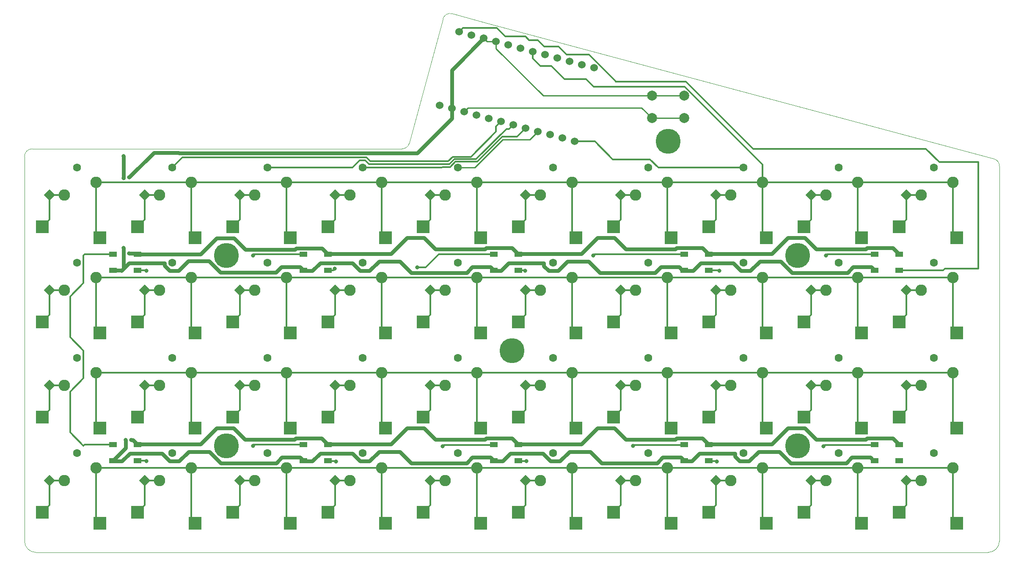
<source format=gbl>
G04 #@! TF.GenerationSoftware,KiCad,Pcbnew,6.0.7-f9a2dced07~116~ubuntu20.04.1*
G04 #@! TF.CreationDate,2022-09-22T21:47:26+08:00*
G04 #@! TF.ProjectId,V4,56342e6b-6963-4616-945f-706362585858,rev?*
G04 #@! TF.SameCoordinates,Original*
G04 #@! TF.FileFunction,Copper,L2,Bot*
G04 #@! TF.FilePolarity,Positive*
%FSLAX46Y46*%
G04 Gerber Fmt 4.6, Leading zero omitted, Abs format (unit mm)*
G04 Created by KiCad (PCBNEW 6.0.7-f9a2dced07~116~ubuntu20.04.1) date 2022-09-22 21:47:26*
%MOMM*%
%LPD*%
G01*
G04 APERTURE LIST*
G04 Aperture macros list*
%AMRotRect*
0 Rectangle, with rotation*
0 The origin of the aperture is its center*
0 $1 length*
0 $2 width*
0 $3 Rotation angle, in degrees counterclockwise*
0 Add horizontal line*
21,1,$1,$2,0,0,$3*%
G04 Aperture macros list end*
G04 #@! TA.AperFunction,Profile*
%ADD10C,0.050000*%
G04 #@! TD*
G04 #@! TA.AperFunction,ComponentPad*
%ADD11C,2.286000*%
G04 #@! TD*
G04 #@! TA.AperFunction,SMDPad,CuDef*
%ADD12R,2.600000X2.600000*%
G04 #@! TD*
G04 #@! TA.AperFunction,WasherPad*
%ADD13C,5.000000*%
G04 #@! TD*
G04 #@! TA.AperFunction,ComponentPad*
%ADD14C,2.000000*%
G04 #@! TD*
G04 #@! TA.AperFunction,ComponentPad*
%ADD15RotRect,1.600000X1.600000X45.000000*%
G04 #@! TD*
G04 #@! TA.AperFunction,ComponentPad*
%ADD16C,1.600000*%
G04 #@! TD*
G04 #@! TA.AperFunction,SMDPad,CuDef*
%ADD17R,1.500000X1.000000*%
G04 #@! TD*
G04 #@! TA.AperFunction,ComponentPad*
%ADD18C,1.524000*%
G04 #@! TD*
G04 #@! TA.AperFunction,ViaPad*
%ADD19C,0.800000*%
G04 #@! TD*
G04 #@! TA.AperFunction,Conductor*
%ADD20C,0.300000*%
G04 #@! TD*
G04 #@! TA.AperFunction,Conductor*
%ADD21C,0.250000*%
G04 #@! TD*
G04 #@! TA.AperFunction,Conductor*
%ADD22C,0.800000*%
G04 #@! TD*
G04 APERTURE END LIST*
D10*
X59436000Y-154686000D02*
X59436000Y-78486000D01*
X59436000Y-154686000D02*
G75*
G03*
X61722000Y-156972000I2286000J0D01*
G01*
X134962250Y-76200000D02*
X131178300Y-76200000D01*
X134962250Y-76200047D02*
G75*
G03*
X136434319Y-75070441I-50J1524047D01*
G01*
X60960000Y-76200000D02*
G75*
G03*
X59436000Y-77724000I0J-1524000D01*
G01*
X61722000Y-76200000D02*
X131178300Y-76200000D01*
X61722000Y-76200000D02*
X60960000Y-76200000D01*
X252222000Y-156972000D02*
X61722000Y-156972000D01*
X254507993Y-79667100D02*
G75*
G03*
X253365350Y-78179844I-1523993J11700D01*
G01*
X252222000Y-156972000D02*
G75*
G03*
X254508000Y-154686000I0J2286000D01*
G01*
X59436000Y-77724000D02*
X59436000Y-78486000D01*
X145016441Y-49147744D02*
X151738470Y-50953142D01*
X145016443Y-49147735D02*
G75*
G03*
X143149931Y-50225373I-394443J-1472065D01*
G01*
X254507999Y-79667100D02*
X254508000Y-154686000D01*
X151738470Y-50953142D02*
X253365350Y-78179844D01*
X143149931Y-50225373D02*
X136434319Y-75070441D01*
D11*
X226187000Y-140081000D03*
D12*
X226922000Y-151111000D03*
D11*
X219837000Y-142621000D03*
D12*
X215372000Y-148911000D03*
D11*
X226187001Y-101981000D03*
D12*
X226922001Y-113011000D03*
X215372001Y-110811000D03*
D11*
X219837001Y-104521000D03*
X149987000Y-101981000D03*
D12*
X150722000Y-113011000D03*
X139172000Y-110811000D03*
D11*
X143637000Y-104521000D03*
D12*
X245972000Y-151111000D03*
D11*
X245237000Y-140081000D03*
X238887000Y-142621000D03*
D12*
X234422000Y-148911000D03*
D11*
X130937000Y-82931000D03*
D12*
X131672000Y-93961000D03*
X120122000Y-91761000D03*
D11*
X124587000Y-85471000D03*
D12*
X131672000Y-132061000D03*
D11*
X130937000Y-121031000D03*
X124587000Y-123571000D03*
D12*
X120122000Y-129861000D03*
D13*
X188214000Y-74676000D03*
D11*
X130937000Y-140081000D03*
D12*
X131672000Y-151111000D03*
D11*
X124587000Y-142621000D03*
D12*
X120122000Y-148911000D03*
X188822000Y-93961000D03*
D11*
X188087000Y-82931000D03*
X181737000Y-85471000D03*
D12*
X177272000Y-91761000D03*
D11*
X188087000Y-101981000D03*
D12*
X188822000Y-113011000D03*
D11*
X181737000Y-104521000D03*
D12*
X177272000Y-110811000D03*
D11*
X207137000Y-82931000D03*
D12*
X207872000Y-93961000D03*
X196322000Y-91761000D03*
D11*
X200787000Y-85471000D03*
D12*
X150722000Y-132061000D03*
D11*
X149987000Y-121031000D03*
D12*
X139172000Y-129861000D03*
D11*
X143637000Y-123571000D03*
X111887001Y-101981000D03*
D12*
X112622001Y-113011000D03*
D11*
X105537001Y-104521000D03*
D12*
X101072001Y-110811000D03*
X245972000Y-132061000D03*
D11*
X245237000Y-121031000D03*
D12*
X234422000Y-129861000D03*
D11*
X238887000Y-123571000D03*
D12*
X93572000Y-132061001D03*
D11*
X92837000Y-121031001D03*
D12*
X82022000Y-129861001D03*
D11*
X86487000Y-123571001D03*
X111887000Y-140081000D03*
D12*
X112622000Y-151111000D03*
D11*
X105537000Y-142621000D03*
D12*
X101072000Y-148911000D03*
X112622000Y-93961000D03*
D11*
X111887000Y-82931000D03*
D12*
X101072000Y-91761000D03*
D11*
X105537000Y-85471000D03*
D12*
X93572000Y-151111000D03*
D11*
X92837000Y-140081000D03*
D12*
X82022000Y-148911000D03*
D11*
X86487000Y-142621000D03*
D13*
X214122000Y-97536000D03*
D11*
X245237000Y-82931000D03*
D12*
X245972000Y-93961000D03*
D11*
X238887000Y-85471000D03*
D12*
X234422000Y-91761000D03*
X169772000Y-132061000D03*
D11*
X169037000Y-121031000D03*
D12*
X158222000Y-129861000D03*
D11*
X162687000Y-123571000D03*
X149987000Y-82931000D03*
D12*
X150722000Y-93961000D03*
X139172000Y-91761000D03*
D11*
X143637000Y-85471000D03*
D12*
X150722000Y-151111000D03*
D11*
X149987000Y-140081000D03*
X143637000Y-142621000D03*
D12*
X139172000Y-148911000D03*
X93571999Y-113011000D03*
D11*
X92836999Y-101981000D03*
D12*
X82021999Y-110811000D03*
D11*
X86486999Y-104521000D03*
D13*
X214122000Y-135636000D03*
D11*
X169037000Y-140081000D03*
D12*
X169772000Y-151111000D03*
X158222000Y-148911000D03*
D11*
X162687000Y-142621000D03*
D12*
X188822000Y-151111000D03*
D11*
X188087000Y-140081000D03*
D12*
X177272000Y-148911000D03*
D11*
X181737000Y-142621000D03*
X130937000Y-101981000D03*
D12*
X131672000Y-113011000D03*
X120122000Y-110811000D03*
D11*
X124587000Y-104521000D03*
D12*
X93572000Y-93961000D03*
D11*
X92837000Y-82931000D03*
D12*
X82022000Y-91761000D03*
D11*
X86487000Y-85471000D03*
X207137000Y-140081000D03*
D12*
X207872000Y-151111000D03*
X196322000Y-148911000D03*
D11*
X200787000Y-142621000D03*
D12*
X245972000Y-113011000D03*
D11*
X245237000Y-101981000D03*
D12*
X234422000Y-110811000D03*
D11*
X238887000Y-104521000D03*
X169037000Y-101981000D03*
D12*
X169772000Y-113011000D03*
X158222000Y-110811000D03*
D11*
X162687000Y-104521000D03*
X169037000Y-82931000D03*
D12*
X169772000Y-93961000D03*
D11*
X162687000Y-85471000D03*
D12*
X158222000Y-91761000D03*
X207872000Y-132061001D03*
D11*
X207137000Y-121031001D03*
D12*
X196322000Y-129861001D03*
D11*
X200787000Y-123571001D03*
D12*
X112622000Y-132061001D03*
D11*
X111887000Y-121031001D03*
D12*
X101072000Y-129861001D03*
D11*
X105537000Y-123571001D03*
X226187000Y-121031001D03*
D12*
X226922000Y-132061001D03*
D11*
X219837000Y-123571001D03*
D12*
X215372000Y-129861001D03*
D13*
X156972000Y-116586000D03*
D12*
X74522000Y-151111000D03*
D11*
X73787000Y-140081000D03*
D12*
X62972000Y-148911000D03*
D11*
X67437000Y-142621000D03*
D12*
X226922000Y-93961000D03*
D11*
X226187000Y-82931000D03*
D12*
X215372000Y-91761000D03*
D11*
X219837000Y-85471000D03*
D12*
X74522000Y-93961000D03*
D11*
X73787000Y-82931000D03*
X67437000Y-85471000D03*
D12*
X62972000Y-91761000D03*
D11*
X207136999Y-101981000D03*
D12*
X207871999Y-113011000D03*
X196321999Y-110811000D03*
D11*
X200786999Y-104521000D03*
D13*
X99822000Y-97536000D03*
D12*
X188822000Y-132061000D03*
D11*
X188087000Y-121031000D03*
D12*
X177272000Y-129861000D03*
D11*
X181737000Y-123571000D03*
D12*
X74522000Y-132061000D03*
D11*
X73787000Y-121031000D03*
D12*
X62972000Y-129861000D03*
D11*
X67437000Y-123571000D03*
D12*
X74522000Y-113011000D03*
D11*
X73787000Y-101981000D03*
X67437000Y-104521000D03*
D12*
X62972000Y-110811000D03*
D14*
X184964000Y-70068000D03*
X191464000Y-70068000D03*
X184964000Y-65568000D03*
X191464000Y-65568000D03*
D13*
X99822000Y-135636000D03*
D15*
X159649284Y-104498716D03*
D16*
X165164716Y-98983284D03*
D17*
X120137000Y-97331000D03*
X120137000Y-100531000D03*
X115237000Y-100531000D03*
X115237000Y-97331000D03*
X115237000Y-138621000D03*
X115237000Y-135421000D03*
X120137000Y-135421000D03*
X120137000Y-138621000D03*
D15*
X235849284Y-85448715D03*
D16*
X241364716Y-79933283D03*
D15*
X197749284Y-123548715D03*
D16*
X203264716Y-118033283D03*
D15*
X64399284Y-123548715D03*
D16*
X69914716Y-118033283D03*
D15*
X159649283Y-85448715D03*
D16*
X165164715Y-79933283D03*
D15*
X64399284Y-104498716D03*
D16*
X69914716Y-98983284D03*
D15*
X216799284Y-104498715D03*
D16*
X222314716Y-98983283D03*
D15*
X140599284Y-104498715D03*
D16*
X146114716Y-98983283D03*
D15*
X235849284Y-104498715D03*
D16*
X241364716Y-98983283D03*
D15*
X121549284Y-123548715D03*
D16*
X127064716Y-118033283D03*
D15*
X83449285Y-85448715D03*
D16*
X88964717Y-79933283D03*
D15*
X178699284Y-104498716D03*
D16*
X184214716Y-98983284D03*
D17*
X158237000Y-97331000D03*
X158237000Y-100531000D03*
X153337000Y-100531000D03*
X153337000Y-97331000D03*
D15*
X121549284Y-85448715D03*
D16*
X127064716Y-79933283D03*
D17*
X229537000Y-138621000D03*
X229537000Y-135421000D03*
X234437000Y-135421000D03*
X234437000Y-138621000D03*
D15*
X102499284Y-85448715D03*
D16*
X108014716Y-79933283D03*
D17*
X196337000Y-97331000D03*
X196337000Y-100531000D03*
X191437000Y-100531000D03*
X191437000Y-97331000D03*
D15*
X102499284Y-104498715D03*
D16*
X108014716Y-98983283D03*
D15*
X121549284Y-104498715D03*
D16*
X127064716Y-98983283D03*
D15*
X235849284Y-142598716D03*
D16*
X241364716Y-137083284D03*
D15*
X83449284Y-104498716D03*
D16*
X88964716Y-98983284D03*
D15*
X216799283Y-123548715D03*
D16*
X222314715Y-118033283D03*
D15*
X197749284Y-104498716D03*
D16*
X203264716Y-98983284D03*
D15*
X121549284Y-142598716D03*
D16*
X127064716Y-137083284D03*
D15*
X197749284Y-142598715D03*
D16*
X203264716Y-137083283D03*
D15*
X83449284Y-123548715D03*
D16*
X88964716Y-118033283D03*
D15*
X159649284Y-123548715D03*
D16*
X165164716Y-118033283D03*
D15*
X102499284Y-142598715D03*
D16*
X108014716Y-137083283D03*
D17*
X234437000Y-97331000D03*
X234437000Y-100531000D03*
X229537000Y-100531000D03*
X229537000Y-97331000D03*
D15*
X235849284Y-123548715D03*
D16*
X241364716Y-118033283D03*
D15*
X216799284Y-85448715D03*
D16*
X222314716Y-79933283D03*
D15*
X159649284Y-142598715D03*
D16*
X165164716Y-137083283D03*
D15*
X140599284Y-123548715D03*
D16*
X146114716Y-118033283D03*
D15*
X216799283Y-142598715D03*
D16*
X222314715Y-137083283D03*
D15*
X102499284Y-123548715D03*
D16*
X108014716Y-118033283D03*
D15*
X178699284Y-142598715D03*
D16*
X184214716Y-137083283D03*
D15*
X140599284Y-85448715D03*
D16*
X146114716Y-79933283D03*
D15*
X178699284Y-123548715D03*
D16*
X184214716Y-118033283D03*
D17*
X191437000Y-138621000D03*
X191437000Y-135421000D03*
X196337000Y-135421000D03*
X196337000Y-138621000D03*
D15*
X178699284Y-85448716D03*
D16*
X184214716Y-79933284D03*
D17*
X153337000Y-138621000D03*
X153337000Y-135421000D03*
X158237000Y-135421000D03*
X158237000Y-138621000D03*
D15*
X64399284Y-142598715D03*
D16*
X69914716Y-137083283D03*
D15*
X197749284Y-85448715D03*
D16*
X203264716Y-79933283D03*
D15*
X140599284Y-142598715D03*
D16*
X146114716Y-137083283D03*
D15*
X64399283Y-85448715D03*
D16*
X69914715Y-79933283D03*
D15*
X83449284Y-142598715D03*
D16*
X88964716Y-137083283D03*
D17*
X82037000Y-97331000D03*
X82037000Y-100531000D03*
X77137000Y-100531000D03*
X77137000Y-97331000D03*
D18*
X146435236Y-52757397D03*
X148888688Y-53414797D03*
X151342139Y-54072199D03*
X153795590Y-54729598D03*
X156249043Y-55386999D03*
X158702494Y-56044399D03*
X161155946Y-56701799D03*
X163609398Y-57359200D03*
X166062850Y-58016600D03*
X168516300Y-58674000D03*
X170969752Y-59331401D03*
X173423204Y-59988801D03*
X169483978Y-74690191D03*
X167030527Y-74032792D03*
X164577075Y-73375390D03*
X162123622Y-72717991D03*
X159670173Y-72060591D03*
X157216720Y-71403190D03*
X154763269Y-70745790D03*
X152309817Y-70088389D03*
X149856365Y-69430989D03*
X147402913Y-68773589D03*
X144949462Y-68116188D03*
X142496012Y-67458788D03*
D17*
X77137000Y-138621000D03*
X77137000Y-135421000D03*
X82037000Y-135421000D03*
X82037000Y-138621000D03*
D19*
X198501000Y-100584000D03*
X219837000Y-97536000D03*
X159639000Y-100584000D03*
X173267500Y-97536000D03*
X121539000Y-100212500D03*
X137986641Y-99918500D03*
X105156000Y-97536000D03*
X83820000Y-100584000D03*
X83820000Y-138684000D03*
X105156000Y-135636000D03*
X121798000Y-138747000D03*
X143134000Y-135699000D03*
X159885916Y-138722171D03*
X181221916Y-135674171D03*
X197998000Y-138747000D03*
X219334000Y-135699000D03*
X78867000Y-100584000D03*
X80772000Y-134493000D03*
X79248000Y-82081000D03*
X79248000Y-77636000D03*
X79291500Y-96055000D03*
X80391000Y-97155000D03*
X80391000Y-81915000D03*
X79672000Y-134493000D03*
D20*
X177700000Y-62692991D02*
X177700000Y-62750000D01*
X166280000Y-55720000D02*
X167930000Y-57370000D01*
X163420000Y-55720000D02*
X166280000Y-55720000D01*
X172377009Y-57370000D02*
X177700000Y-62692991D01*
X159677100Y-53721000D02*
X160401000Y-54444900D01*
X147197235Y-51995398D02*
X153912898Y-51995398D01*
X160401000Y-54444900D02*
X162115100Y-54444900D01*
X243566297Y-100203000D02*
X243238297Y-100531000D01*
X162130000Y-54430000D02*
X163420000Y-55720000D01*
X162115100Y-54444900D02*
X162130000Y-54430000D01*
X153912898Y-51995398D02*
X155638500Y-53721000D01*
X167930000Y-57370000D02*
X172377009Y-57370000D01*
X155638500Y-53721000D02*
X159677100Y-53721000D01*
X146435236Y-52757397D02*
X147197235Y-51995398D01*
X191740000Y-62750000D02*
X205200000Y-76210000D01*
X243238297Y-100531000D02*
X234437000Y-100531000D01*
X177700000Y-62750000D02*
X191740000Y-62750000D01*
X205200000Y-76210000D02*
X239819324Y-76210000D01*
X239819324Y-76210000D02*
X242476324Y-78867000D01*
X242476324Y-78867000D02*
X250317000Y-78867000D01*
X250317000Y-78867000D02*
X250317000Y-100203000D01*
X250317000Y-100203000D02*
X243566297Y-100203000D01*
X64399284Y-142598716D02*
X64399284Y-147483716D01*
X64399284Y-142598716D02*
X67414716Y-142598718D01*
X64399284Y-147483716D02*
X62972000Y-148911000D01*
X153773073Y-71735986D02*
X154763269Y-70745790D01*
X91012000Y-77886000D02*
X127883528Y-77886000D01*
X88964717Y-79933283D02*
X91012000Y-77886000D01*
X144208500Y-78676500D02*
X145101717Y-77783283D01*
X141951000Y-78648000D02*
X141979500Y-78676500D01*
X141979500Y-78676500D02*
X144208500Y-78676500D01*
X148746717Y-77783283D02*
X153773073Y-72756927D01*
X128645528Y-78648000D02*
X141951000Y-78648000D01*
X127883528Y-77886000D02*
X128645528Y-78648000D01*
X153773073Y-72756927D02*
X153773073Y-71735986D01*
X145101717Y-77783283D02*
X148746717Y-77783283D01*
X128397000Y-79248000D02*
X144466547Y-79248000D01*
X144466547Y-79248000D02*
X145431264Y-78283283D01*
X155867100Y-72199500D02*
X156420410Y-72199500D01*
X156420410Y-72199500D02*
X157216720Y-71403190D01*
X125044717Y-79933283D02*
X126492000Y-78486000D01*
X149792697Y-78273903D02*
X155867100Y-72199500D01*
X149792697Y-78283283D02*
X149792697Y-78273903D01*
X145431264Y-78283283D02*
X149792697Y-78283283D01*
X126492000Y-78486000D02*
X127635000Y-78486000D01*
X127635000Y-78486000D02*
X128397000Y-79248000D01*
X108014716Y-79933283D02*
X125044717Y-79933283D01*
X127064716Y-79933283D02*
X142951717Y-79933283D01*
X145638370Y-78783283D02*
X149999803Y-78783283D01*
X142951717Y-79933283D02*
X143065500Y-79819500D01*
X155033086Y-73750000D02*
X157980764Y-73750000D01*
X144602153Y-79819500D02*
X145638370Y-78783283D01*
X143065500Y-79819500D02*
X144602153Y-79819500D01*
X149999803Y-78783283D02*
X155033086Y-73750000D01*
X157980764Y-73750000D02*
X159670173Y-72060591D01*
D21*
X146114716Y-79933283D02*
X149521555Y-79933283D01*
X155134838Y-74320000D02*
X160521613Y-74320000D01*
X149521555Y-79933283D02*
X155134838Y-74320000D01*
X160521613Y-74320000D02*
X162123622Y-72717991D01*
D20*
X173533917Y-74690191D02*
X169483978Y-74690191D01*
X203264716Y-79933283D02*
X186232283Y-79933283D01*
X177139226Y-78295500D02*
X173533917Y-74690191D01*
X186232283Y-79933283D02*
X184594500Y-78295500D01*
X184594500Y-78295500D02*
X177139226Y-78295500D01*
X191545189Y-63740000D02*
X173280000Y-63740000D01*
X130937000Y-82931000D02*
X130937000Y-93225999D01*
X73787000Y-82931000D02*
X73786999Y-93225999D01*
X162692182Y-59650000D02*
X161155946Y-58113764D01*
X245237000Y-82931000D02*
X245237000Y-93225999D01*
X173280000Y-63740000D02*
X171760000Y-62220000D01*
X207137000Y-82931000D02*
X207137000Y-79331811D01*
X161155946Y-58113764D02*
X161155946Y-56701799D01*
X73787000Y-82931000D02*
X245237000Y-82931000D01*
X207137000Y-79331811D02*
X191545189Y-63740000D01*
X226186999Y-82931000D02*
X226187000Y-93225999D01*
X169037000Y-82931000D02*
X169037000Y-93225999D01*
X92837000Y-82931000D02*
X92837001Y-93225999D01*
X167440000Y-62220000D02*
X164870000Y-59650000D01*
X207137000Y-82931000D02*
X207137000Y-93225999D01*
X164870000Y-59650000D02*
X162692182Y-59650000D01*
X188087000Y-82931000D02*
X188087000Y-93225998D01*
X111887000Y-82931000D02*
X111887000Y-93225999D01*
X149987001Y-82931000D02*
X149987000Y-93225999D01*
X171760000Y-62220000D02*
X167440000Y-62220000D01*
X188087000Y-101981000D02*
X188087000Y-112276000D01*
X226186999Y-101981000D02*
X226187000Y-112275999D01*
X130937000Y-101981001D02*
X130937000Y-112275999D01*
X207137000Y-101981000D02*
X207137000Y-112275999D01*
X149987001Y-101981000D02*
X149987000Y-112275999D01*
X92837000Y-101981000D02*
X92837000Y-112276000D01*
X73787000Y-101981000D02*
X73787000Y-112276000D01*
X169037000Y-101981000D02*
X169037000Y-112275999D01*
X245237000Y-101981001D02*
X245237000Y-112275999D01*
X111887000Y-101981000D02*
X111887000Y-112275999D01*
X245237000Y-101981000D02*
X73787000Y-101981000D01*
X207137000Y-121031000D02*
X207137000Y-131325999D01*
X226187000Y-121031001D02*
X226187000Y-131325999D01*
X73787000Y-121031000D02*
X245237000Y-121031000D01*
X73787000Y-121031000D02*
X73787000Y-131325999D01*
X111887000Y-121031001D02*
X111887000Y-131325999D01*
X188087000Y-121031000D02*
X188087000Y-131325999D01*
X92837000Y-121031000D02*
X92837000Y-131325999D01*
X130937000Y-121031001D02*
X130937000Y-131325999D01*
X169037000Y-121031000D02*
X169037000Y-131325999D01*
X245237000Y-121031001D02*
X245237000Y-131325999D01*
X149987000Y-121031001D02*
X149987000Y-131325999D01*
X226187000Y-140081000D02*
X226186999Y-150375999D01*
X245237000Y-140081000D02*
X73787000Y-140081000D01*
X73786999Y-140081000D02*
X73787000Y-150375999D01*
X188087000Y-140081000D02*
X188087000Y-150375999D01*
X245237000Y-140081000D02*
X245237001Y-150375999D01*
X207137000Y-140081000D02*
X207137000Y-150375999D01*
X130937000Y-140081000D02*
X130936999Y-150375999D01*
X149987000Y-140081000D02*
X149987001Y-150375999D01*
X92837001Y-140081000D02*
X92837000Y-150375999D01*
X111887000Y-140081000D02*
X111887000Y-150375999D01*
X169037000Y-140081000D02*
X169037000Y-150375999D01*
D21*
X148164912Y-68011590D02*
X147402913Y-68773589D01*
X184964000Y-70068000D02*
X182907590Y-68011590D01*
X184964000Y-70068000D02*
X191464000Y-70068000D01*
X182907590Y-68011590D02*
X148164912Y-68011590D01*
D20*
X198438000Y-100521000D02*
X198501000Y-100584000D01*
X196718000Y-100521000D02*
X198438000Y-100521000D01*
X219837000Y-97536000D02*
X220052000Y-97321000D01*
X220052000Y-97321000D02*
X229918000Y-97321000D01*
X173267500Y-97536000D02*
X173472500Y-97331000D01*
X159586000Y-100531000D02*
X159639000Y-100584000D01*
X158237000Y-100531000D02*
X159586000Y-100531000D01*
X173472500Y-97331000D02*
X191437000Y-97331000D01*
X142318000Y-97331000D02*
X153337000Y-97331000D01*
X139730500Y-99918500D02*
X142318000Y-97331000D01*
X137986641Y-99918500D02*
X139730500Y-99918500D01*
X121220500Y-100531000D02*
X121539000Y-100212500D01*
X120137000Y-100531000D02*
X121220500Y-100531000D01*
X105371000Y-97321000D02*
X115237000Y-97321000D01*
X83757000Y-100521000D02*
X83820000Y-100584000D01*
X105156000Y-97536000D02*
X105371000Y-97321000D01*
X82037000Y-100521000D02*
X83757000Y-100521000D01*
X68580000Y-105740301D02*
X68580000Y-113919000D01*
X71452000Y-97331000D02*
X71247000Y-97536000D01*
X68580000Y-124790301D02*
X68580000Y-132969000D01*
X71247000Y-116586000D02*
X71247000Y-122123301D01*
X71247000Y-97536000D02*
X71247000Y-103073301D01*
X71247000Y-122123301D02*
X68580000Y-124790301D01*
X71462000Y-135421000D02*
X77137000Y-135421000D01*
X71247000Y-103073301D02*
X68580000Y-105740301D01*
X71247000Y-135636000D02*
X71462000Y-135421000D01*
X68580000Y-132969000D02*
X71247000Y-135636000D01*
X68580000Y-113919000D02*
X71247000Y-116586000D01*
X77137000Y-97331000D02*
X71452000Y-97331000D01*
X82037000Y-138621000D02*
X83757000Y-138621000D01*
X105371000Y-135421000D02*
X115237000Y-135421000D01*
X105156000Y-135636000D02*
X105371000Y-135421000D01*
X83757000Y-138621000D02*
X83820000Y-138684000D01*
X143349000Y-135484000D02*
X153215000Y-135484000D01*
X120015000Y-138684000D02*
X121735000Y-138684000D01*
X121735000Y-138684000D02*
X121798000Y-138747000D01*
X143134000Y-135699000D02*
X143349000Y-135484000D01*
X181436916Y-135459171D02*
X191302916Y-135459171D01*
X158102916Y-138659171D02*
X159822916Y-138659171D01*
X159822916Y-138659171D02*
X159885916Y-138722171D01*
X181221916Y-135674171D02*
X181436916Y-135459171D01*
X219549000Y-135484000D02*
X229415000Y-135484000D01*
X196215000Y-138684000D02*
X197935000Y-138684000D01*
X197935000Y-138684000D02*
X197998000Y-138747000D01*
X219334000Y-135699000D02*
X219549000Y-135484000D01*
D22*
X206555000Y-98732000D02*
X210746000Y-98732000D01*
X113460000Y-134374000D02*
X113722000Y-134112000D01*
X87464716Y-99060000D02*
X87464716Y-99604605D01*
X87464716Y-99604605D02*
X88444111Y-100584000D01*
X213032000Y-101018000D02*
X224081000Y-101018000D01*
X227760000Y-134374000D02*
X228022000Y-134112000D01*
X81972000Y-135312000D02*
X94628000Y-135312000D01*
X224081000Y-101018000D02*
X225224000Y-99875000D01*
X174052000Y-132088000D02*
X177481000Y-132088000D01*
X92202000Y-98679000D02*
X96393000Y-98679000D01*
X201273111Y-99113000D02*
X202797111Y-100637000D01*
X194744000Y-99113000D02*
X201273111Y-99113000D01*
X97852000Y-132088000D02*
X101281000Y-132088000D01*
X215581000Y-132088000D02*
X217867000Y-134374000D01*
X217867000Y-134374000D02*
X227760000Y-134374000D01*
X152681000Y-99875000D02*
X153390000Y-100584000D01*
X151560000Y-134374000D02*
X151822000Y-134112000D01*
X228022000Y-134112000D02*
X233172000Y-134112000D01*
X208928000Y-135312000D02*
X212152000Y-132088000D01*
X77137000Y-100531000D02*
X78814000Y-100531000D01*
X130355000Y-98732000D02*
X134546000Y-98732000D01*
X158172000Y-135312000D02*
X170828000Y-135312000D01*
X81109000Y-134493000D02*
X82037000Y-135421000D01*
X164316111Y-100637000D02*
X166169000Y-100637000D01*
X90297000Y-100584000D02*
X92202000Y-98679000D01*
X114528000Y-99822000D02*
X115237000Y-100531000D01*
X174551000Y-101018000D02*
X185600000Y-101018000D01*
X204650000Y-100637000D02*
X206555000Y-98732000D01*
X149024000Y-99875000D02*
X152681000Y-99875000D01*
X202797111Y-100637000D02*
X204650000Y-100637000D01*
X185600000Y-101018000D02*
X186743000Y-99875000D01*
X88444111Y-100584000D02*
X90297000Y-100584000D01*
X193220000Y-100637000D02*
X194744000Y-99113000D01*
X189660000Y-134374000D02*
X189922000Y-134112000D01*
X103567000Y-134374000D02*
X113460000Y-134374000D01*
X80772000Y-134493000D02*
X81109000Y-134493000D01*
X163336716Y-99657605D02*
X164316111Y-100637000D01*
X136832000Y-101018000D02*
X147881000Y-101018000D01*
X233172000Y-134112000D02*
X234372000Y-135312000D01*
X125020111Y-99060000D02*
X126597111Y-100637000D01*
X154739000Y-100637000D02*
X156263000Y-99113000D01*
X212152000Y-132088000D02*
X215581000Y-132088000D01*
X156972000Y-134112000D02*
X158172000Y-135312000D01*
X79248000Y-77636000D02*
X79248000Y-82081000D01*
X118597000Y-99060000D02*
X125020111Y-99060000D01*
X134546000Y-98732000D02*
X136832000Y-101018000D01*
X166169000Y-100637000D02*
X168074000Y-98732000D01*
X153009000Y-100584000D02*
X154686000Y-100584000D01*
X132728000Y-135312000D02*
X135952000Y-132088000D01*
X196272000Y-135312000D02*
X208928000Y-135312000D01*
X94628000Y-135312000D02*
X97852000Y-132088000D01*
X141667000Y-134374000D02*
X151560000Y-134374000D01*
X78867000Y-100584000D02*
X80391000Y-99060000D01*
X225224000Y-99875000D02*
X228881000Y-99875000D01*
X96393000Y-98679000D02*
X98679000Y-100965000D01*
X78814000Y-100531000D02*
X78867000Y-100584000D01*
X189922000Y-134112000D02*
X195072000Y-134112000D01*
X172265000Y-98732000D02*
X174551000Y-101018000D01*
X190400000Y-99875000D02*
X191109000Y-100584000D01*
X126597111Y-100637000D02*
X128450000Y-100637000D01*
X151822000Y-134112000D02*
X156972000Y-134112000D01*
X163336716Y-99113000D02*
X163336716Y-99657605D01*
X195072000Y-134112000D02*
X196272000Y-135312000D01*
X101281000Y-132088000D02*
X103567000Y-134374000D01*
X186743000Y-99875000D02*
X190400000Y-99875000D01*
X98679000Y-100965000D02*
X109728000Y-100965000D01*
X170828000Y-135312000D02*
X174052000Y-132088000D01*
X110871000Y-99822000D02*
X114528000Y-99822000D01*
X128450000Y-100637000D02*
X130355000Y-98732000D01*
X179767000Y-134374000D02*
X189660000Y-134374000D01*
X115290000Y-100584000D02*
X116967000Y-100584000D01*
X156263000Y-99113000D02*
X163336716Y-99113000D01*
X135952000Y-132088000D02*
X139381000Y-132088000D01*
X79248000Y-96098500D02*
X79248000Y-100203000D01*
X177481000Y-132088000D02*
X179767000Y-134374000D01*
X120072000Y-135312000D02*
X132728000Y-135312000D01*
X228881000Y-99875000D02*
X229590000Y-100584000D01*
X168074000Y-98732000D02*
X172265000Y-98732000D01*
X191490000Y-100584000D02*
X193167000Y-100584000D01*
X147881000Y-101018000D02*
X149024000Y-99875000D01*
X113722000Y-134112000D02*
X118872000Y-134112000D01*
X139381000Y-132088000D02*
X141667000Y-134374000D01*
X118872000Y-134112000D02*
X120072000Y-135312000D01*
X79291500Y-96055000D02*
X79248000Y-96098500D01*
X109728000Y-100965000D02*
X110871000Y-99822000D01*
X210746000Y-98732000D02*
X213032000Y-101018000D01*
X117020000Y-100637000D02*
X118597000Y-99060000D01*
X80391000Y-99060000D02*
X87464716Y-99060000D01*
X132728000Y-97212000D02*
X135952000Y-93988000D01*
X135952000Y-93988000D02*
X139381000Y-93988000D01*
X126597111Y-138737000D02*
X128450000Y-138737000D01*
X141667000Y-96274000D02*
X151560000Y-96274000D01*
X208928000Y-97212000D02*
X212152000Y-93988000D01*
X151822000Y-96012000D02*
X156972000Y-96012000D01*
X204422000Y-138737000D02*
X206327000Y-136832000D01*
X86920111Y-137160000D02*
X88497111Y-138737000D01*
X156972000Y-96012000D02*
X158172000Y-97212000D01*
X179767000Y-96274000D02*
X189660000Y-96274000D01*
X144949462Y-70110538D02*
X144949462Y-68116188D01*
X212152000Y-93988000D02*
X215581000Y-93988000D01*
X228653000Y-137975000D02*
X229362000Y-138684000D01*
X109781000Y-139118000D02*
X110924000Y-137975000D01*
D21*
X184964000Y-65568000D02*
X191464000Y-65568000D01*
D22*
X170828000Y-97212000D02*
X174052000Y-93988000D01*
X90370999Y-77035999D02*
X138024001Y-77035999D01*
X156644000Y-137213000D02*
X163173111Y-137213000D01*
X177481000Y-93988000D02*
X179767000Y-96274000D01*
X174052000Y-93988000D02*
X177481000Y-93988000D01*
X117020000Y-138737000D02*
X118597000Y-137160000D01*
X210518000Y-136832000D02*
X212804000Y-139118000D01*
X201589716Y-137757605D02*
X202569111Y-138737000D01*
X136832000Y-139118000D02*
X147881000Y-139118000D01*
X164697111Y-138737000D02*
X166550000Y-138737000D01*
X202569111Y-138737000D02*
X204422000Y-138737000D01*
X110924000Y-137975000D02*
X114581000Y-137975000D01*
X187124000Y-137975000D02*
X190781000Y-137975000D01*
X227760000Y-96274000D02*
X228022000Y-96012000D01*
X139381000Y-93988000D02*
X141667000Y-96274000D01*
X81861000Y-97155000D02*
X82037000Y-97331000D01*
X155120000Y-138737000D02*
X156644000Y-137213000D01*
X168455000Y-136832000D02*
X172646000Y-136832000D01*
X120072000Y-97212000D02*
X132728000Y-97212000D01*
X94693000Y-97331000D02*
X97917000Y-94107000D01*
X144949462Y-68116188D02*
X144949462Y-60464876D01*
X113787000Y-96131000D02*
X118937000Y-96131000D01*
X212804000Y-139118000D02*
X223853000Y-139118000D01*
X118937000Y-96131000D02*
X120137000Y-97331000D01*
X224996000Y-137975000D02*
X228653000Y-137975000D01*
X158172000Y-97212000D02*
X170828000Y-97212000D01*
X185981000Y-139118000D02*
X187124000Y-137975000D01*
X228022000Y-96012000D02*
X233172000Y-96012000D01*
D21*
X153795590Y-54729598D02*
X151999538Y-54729598D01*
D22*
X80497000Y-137160000D02*
X86920111Y-137160000D01*
X144949462Y-60464876D02*
X151342139Y-54072199D01*
X80391000Y-81915000D02*
X85344000Y-76962000D01*
X153390000Y-138684000D02*
X155067000Y-138684000D01*
X115290000Y-138684000D02*
X116967000Y-138684000D01*
X82037000Y-97331000D02*
X94693000Y-97331000D01*
X130355000Y-136832000D02*
X134546000Y-136832000D01*
X152681000Y-137975000D02*
X153390000Y-138684000D01*
X151560000Y-96274000D02*
X151822000Y-96012000D01*
X85344000Y-76962000D02*
X90297000Y-76962000D01*
X147881000Y-139118000D02*
X149024000Y-137975000D01*
D21*
X184964000Y-65568000D02*
X163222028Y-65568000D01*
D22*
X138024001Y-77035999D02*
X144949462Y-70110538D01*
X80391000Y-97155000D02*
X81861000Y-97155000D01*
X223853000Y-139118000D02*
X224996000Y-137975000D01*
D21*
X151999538Y-54729598D02*
X151342139Y-54072199D01*
D22*
X101346000Y-94107000D02*
X103632000Y-96393000D01*
X190781000Y-137975000D02*
X191490000Y-138684000D01*
X113525000Y-96393000D02*
X113787000Y-96131000D01*
X118597000Y-137160000D02*
X125020111Y-137160000D01*
D21*
X153795590Y-56141562D02*
X153795590Y-54729598D01*
X163222028Y-65568000D02*
X153795590Y-56141562D01*
D22*
X215581000Y-93988000D02*
X217867000Y-96274000D01*
X77137000Y-138621000D02*
X79672000Y-136086000D01*
X206327000Y-136832000D02*
X210518000Y-136832000D01*
X163173111Y-137213000D02*
X164697111Y-138737000D01*
X98732000Y-139118000D02*
X109781000Y-139118000D01*
X191262000Y-138684000D02*
X192939000Y-138684000D01*
X189660000Y-96274000D02*
X189922000Y-96012000D01*
X189922000Y-96012000D02*
X195072000Y-96012000D01*
X88497111Y-138737000D02*
X90350000Y-138737000D01*
X90297000Y-76962000D02*
X90370999Y-77035999D01*
X192992000Y-138737000D02*
X194516000Y-137213000D01*
X90350000Y-138737000D02*
X92255000Y-136832000D01*
X166550000Y-138737000D02*
X168455000Y-136832000D01*
X79672000Y-136086000D02*
X79672000Y-134493000D01*
X196272000Y-97212000D02*
X208928000Y-97212000D01*
X97917000Y-94107000D02*
X101346000Y-94107000D01*
X174932000Y-139118000D02*
X185981000Y-139118000D01*
X78920000Y-138737000D02*
X80497000Y-137160000D01*
X103632000Y-96393000D02*
X113525000Y-96393000D01*
X195072000Y-96012000D02*
X196272000Y-97212000D01*
X172646000Y-136832000D02*
X174932000Y-139118000D01*
X96446000Y-136832000D02*
X98732000Y-139118000D01*
X194516000Y-137213000D02*
X201589716Y-137213000D01*
X128450000Y-138737000D02*
X130355000Y-136832000D01*
X217867000Y-96274000D02*
X227760000Y-96274000D01*
X92255000Y-136832000D02*
X96446000Y-136832000D01*
X201589716Y-137213000D02*
X201589716Y-137757605D01*
X134546000Y-136832000D02*
X136832000Y-139118000D01*
X77190000Y-138684000D02*
X78867000Y-138684000D01*
X114581000Y-137975000D02*
X115290000Y-138684000D01*
X125020111Y-137160000D02*
X126597111Y-138737000D01*
X149024000Y-137975000D02*
X152681000Y-137975000D01*
X233172000Y-96012000D02*
X234372000Y-97212000D01*
D20*
X64399284Y-123548716D02*
X67414716Y-123548717D01*
X64399284Y-128433716D02*
X62972000Y-129861000D01*
X64399284Y-123548716D02*
X64399284Y-128433716D01*
X64399284Y-109383716D02*
X62972000Y-110811000D01*
X64399284Y-104498716D02*
X64399284Y-109383716D01*
X64399284Y-104498716D02*
X67414716Y-104498717D01*
X64399284Y-85448716D02*
X67414716Y-85448717D01*
X64399284Y-90333716D02*
X62972000Y-91761000D01*
X64399284Y-85448716D02*
X64399284Y-90333716D01*
X83449284Y-147483717D02*
X82022000Y-148911000D01*
X83449284Y-142598716D02*
X86464716Y-142598717D01*
X83449284Y-142598716D02*
X83449284Y-147483717D01*
X83449284Y-123548716D02*
X86464716Y-123548717D01*
X83449284Y-123548716D02*
X83449284Y-128433716D01*
X83449284Y-128433716D02*
X82022000Y-129861000D01*
X83449284Y-104498717D02*
X83449284Y-109383716D01*
X83449284Y-109383716D02*
X82022000Y-110811000D01*
X83449284Y-104498717D02*
X86464716Y-104498717D01*
X83449284Y-90333716D02*
X82022000Y-91761000D01*
X83449284Y-85448716D02*
X86464716Y-85448718D01*
X83449284Y-85448716D02*
X83449284Y-90333716D01*
X102499284Y-142598716D02*
X102499285Y-147483716D01*
X102499285Y-147483716D02*
X101072000Y-148911000D01*
X102499284Y-142598716D02*
X105514716Y-142598717D01*
X102499285Y-128433716D02*
X101072000Y-129861001D01*
X102499284Y-123548716D02*
X105514716Y-123548717D01*
X102499284Y-123548716D02*
X102499285Y-128433716D01*
X102499285Y-104498716D02*
X102499284Y-109383716D01*
X102499284Y-109383716D02*
X101071999Y-110811000D01*
X102499285Y-104498716D02*
X105514716Y-104498717D01*
X102499285Y-85448716D02*
X102499284Y-90333716D01*
X102499284Y-90333716D02*
X101072000Y-91761000D01*
X102499285Y-85448716D02*
X105514716Y-85448718D01*
X121549284Y-147483716D02*
X120122000Y-148911000D01*
X121549284Y-142598716D02*
X121549284Y-147483716D01*
X121549284Y-142598716D02*
X124564716Y-142598717D01*
X121549284Y-123548716D02*
X124564716Y-123548717D01*
X121549284Y-128433716D02*
X120122000Y-129861001D01*
X121549284Y-123548716D02*
X121549284Y-128433716D01*
X121549284Y-109383717D02*
X120122001Y-110811000D01*
X121549284Y-104498716D02*
X121549284Y-109383717D01*
X121549284Y-104498716D02*
X124564716Y-104498717D01*
X121549284Y-85448716D02*
X124564716Y-85448717D01*
X121549284Y-85448716D02*
X121549284Y-90333716D01*
X121549284Y-90333716D02*
X120122000Y-91761000D01*
X140599284Y-142598715D02*
X143614716Y-142598718D01*
X140599284Y-142598715D02*
X140599284Y-147483716D01*
X140599284Y-147483716D02*
X139172000Y-148911000D01*
X140599284Y-123548716D02*
X140599284Y-128433716D01*
X140599284Y-123548716D02*
X143614715Y-123548717D01*
X140599284Y-128433716D02*
X139172000Y-129861000D01*
X140599284Y-104498716D02*
X143614716Y-104498717D01*
X140599284Y-109383717D02*
X139172000Y-110811000D01*
X140599284Y-104498716D02*
X140599284Y-109383717D01*
X140599284Y-85448716D02*
X143614716Y-85448717D01*
X140599284Y-90333717D02*
X139172000Y-91761000D01*
X140599284Y-85448716D02*
X140599284Y-90333717D01*
X159649284Y-147483716D02*
X158222000Y-148911000D01*
X159649284Y-142598716D02*
X159649284Y-147483716D01*
X159649284Y-142598716D02*
X162664716Y-142598718D01*
X159649284Y-123548716D02*
X159649284Y-128433716D01*
X159649284Y-128433716D02*
X158222000Y-129861000D01*
X159649284Y-123548716D02*
X162664717Y-123548717D01*
X159649284Y-104498716D02*
X162664716Y-104498717D01*
X159649284Y-109383717D02*
X158222000Y-110811000D01*
X159649284Y-104498716D02*
X159649284Y-109383717D01*
X159649284Y-85448716D02*
X159649284Y-90333716D01*
X159649284Y-90333716D02*
X158222000Y-91761000D01*
X159649284Y-85448716D02*
X162664716Y-85448717D01*
X178699284Y-142598716D02*
X178699284Y-147483716D01*
X178699284Y-142598716D02*
X181714716Y-142598717D01*
X178699284Y-147483716D02*
X177272000Y-148911000D01*
X178699284Y-123548716D02*
X181714716Y-123548717D01*
X178699284Y-128433716D02*
X177272000Y-129861000D01*
X178699284Y-123548716D02*
X178699284Y-128433716D01*
X178699284Y-104498716D02*
X178699284Y-109383716D01*
X178699284Y-109383716D02*
X177272000Y-110811000D01*
X178699284Y-104498716D02*
X181714716Y-104498717D01*
X178699284Y-90333716D02*
X177272000Y-91761000D01*
X178699284Y-85448716D02*
X178699284Y-90333716D01*
X178699284Y-85448716D02*
X181714716Y-85448717D01*
X197749284Y-147483717D02*
X196322000Y-148911000D01*
X197749284Y-142598716D02*
X197749284Y-147483717D01*
X197749284Y-142598716D02*
X200764716Y-142598717D01*
X197749284Y-123548716D02*
X197749284Y-128433716D01*
X197749284Y-123548716D02*
X200764716Y-123548717D01*
X197749284Y-128433716D02*
X196322000Y-129861000D01*
X197749284Y-104498717D02*
X197749284Y-109383716D01*
X197749284Y-104498717D02*
X200764716Y-104498717D01*
X197749284Y-109383716D02*
X196322000Y-110811000D01*
X197749284Y-85448716D02*
X197749284Y-90333716D01*
X197749284Y-90333716D02*
X196322000Y-91761000D01*
X197749284Y-85448716D02*
X200764716Y-85448718D01*
X216799284Y-142598716D02*
X216799284Y-147483716D01*
X216799284Y-147483716D02*
X215372000Y-148911000D01*
X216799284Y-142598716D02*
X219814716Y-142598717D01*
X216799284Y-123548716D02*
X219814716Y-123548717D01*
X216799284Y-123548716D02*
X216799284Y-128433716D01*
X216799284Y-128433716D02*
X215372000Y-129861001D01*
X216799284Y-104498716D02*
X219814716Y-104498717D01*
X216799284Y-109383716D02*
X215372000Y-110811000D01*
X216799284Y-104498716D02*
X216799284Y-109383716D01*
X216799284Y-90333716D02*
X215372000Y-91761000D01*
X216799284Y-85448716D02*
X216799284Y-90333716D01*
X216799284Y-85448716D02*
X219814716Y-85448718D01*
X235849284Y-147483716D02*
X234422000Y-148911000D01*
X235849283Y-142598716D02*
X235849284Y-147483716D01*
X235849283Y-142598716D02*
X238864716Y-142598718D01*
X235849284Y-123548716D02*
X235849284Y-128433716D01*
X235849284Y-123548716D02*
X238864716Y-123548717D01*
X235849284Y-128433716D02*
X234422000Y-129861000D01*
X235849284Y-104498716D02*
X235849284Y-109383717D01*
X235849284Y-104498716D02*
X238864716Y-104498717D01*
X235849284Y-109383717D02*
X234422000Y-110811000D01*
X235849283Y-90333716D02*
X234422000Y-91761000D01*
X235849284Y-85448716D02*
X235849283Y-90333716D01*
X235849284Y-85448716D02*
X238864716Y-85448717D01*
M02*

</source>
